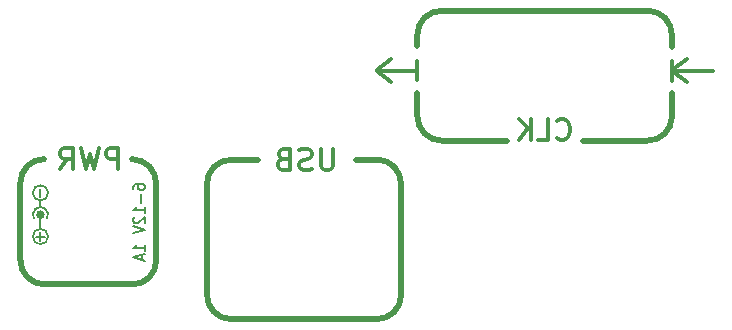
<source format=gbo>
G04 #@! TF.GenerationSoftware,KiCad,Pcbnew,(2017-06-07 revision 51bed4bae)-makepkg*
G04 #@! TF.CreationDate,2017-06-10T23:55:19+02:00*
G04 #@! TF.ProjectId,Rear_Panel_76x35,526561725F50616E656C5F3736783335,rev?*
G04 #@! TF.FileFunction,Legend,Bot*
G04 #@! TF.FilePolarity,Positive*
%FSLAX46Y46*%
G04 Gerber Fmt 4.6, Leading zero omitted, Abs format (unit mm)*
G04 Created by KiCad (PCBNEW (2017-06-07 revision 51bed4bae)-makepkg) date 06/10/17 23:55:19*
%MOMM*%
%LPD*%
G01*
G04 APERTURE LIST*
%ADD10C,0.150000*%
%ADD11C,0.300000*%
%ADD12C,0.500000*%
%ADD13C,0.800000*%
%ADD14C,3.000000*%
%ADD15C,0.700000*%
%ADD16C,1.350000*%
G04 APERTURE END LIST*
D10*
D11*
X44135826Y-11679625D02*
X45335826Y-12679625D01*
X44135826Y-11660151D02*
X45335826Y-10679625D01*
X47535826Y-10879625D02*
X47535826Y-12479625D01*
X47535826Y-11679625D02*
X44135826Y-11679625D01*
D12*
X23385725Y-19179015D02*
G75*
G02X25435826Y-21279625I101J-2050610D01*
G01*
X25435826Y-21279625D02*
X25435826Y-27779625D01*
X25435826Y-27779625D02*
G75*
G02X23435826Y-29779625I-2000000J0D01*
G01*
X47540544Y-8660151D02*
G75*
G02X49641154Y-6610151I2050610J0D01*
G01*
D11*
X69135826Y-10879625D02*
X69135826Y-12579625D01*
X69135826Y-11660151D02*
X70335826Y-10679625D01*
X72535826Y-11679625D02*
X69135826Y-11679625D01*
X69135826Y-11679625D02*
X70335826Y-12679625D01*
D12*
X47540544Y-8660151D02*
X47540544Y-9609541D01*
X69101154Y-8710761D02*
X69101154Y-9660151D01*
X69101154Y-13610761D02*
X69101154Y-15560151D01*
X47550544Y-13560151D02*
X47550544Y-15560151D01*
X49600544Y-17610761D02*
G75*
G02X47549934Y-15560151I0J2050610D01*
G01*
X69101154Y-15560151D02*
G75*
G02X67000544Y-17610151I-2050610J0D01*
G01*
X55100544Y-17610151D02*
X49650544Y-17610151D01*
D11*
X59392728Y-17422482D02*
X59478442Y-17508196D01*
X59735585Y-17593910D01*
X59907014Y-17593910D01*
X60164157Y-17508196D01*
X60335585Y-17336767D01*
X60421300Y-17165339D01*
X60507014Y-16822482D01*
X60507014Y-16565339D01*
X60421300Y-16222482D01*
X60335585Y-16051053D01*
X60164157Y-15879625D01*
X59907014Y-15793910D01*
X59735585Y-15793910D01*
X59478442Y-15879625D01*
X59392728Y-15965339D01*
X57764157Y-17593910D02*
X58621300Y-17593910D01*
X58621300Y-15793910D01*
X57164157Y-17593910D02*
X57164157Y-15793910D01*
X56135585Y-17593910D02*
X56907014Y-16565339D01*
X56135585Y-15793910D02*
X57164157Y-16822482D01*
D12*
X67000544Y-17610151D02*
X61600544Y-17610151D01*
D10*
X23488206Y-21693910D02*
X23488206Y-21522482D01*
X23535826Y-21436767D01*
X23583445Y-21393910D01*
X23726302Y-21308196D01*
X23916778Y-21265339D01*
X24297730Y-21265339D01*
X24392968Y-21308196D01*
X24440587Y-21351053D01*
X24488206Y-21436767D01*
X24488206Y-21608196D01*
X24440587Y-21693910D01*
X24392968Y-21736767D01*
X24297730Y-21779625D01*
X24059635Y-21779625D01*
X23964397Y-21736767D01*
X23916778Y-21693910D01*
X23869159Y-21608196D01*
X23869159Y-21436767D01*
X23916778Y-21351053D01*
X23964397Y-21308196D01*
X24059635Y-21265339D01*
X24107254Y-22165339D02*
X24107254Y-22851053D01*
X24488206Y-23751053D02*
X24488206Y-23236767D01*
X24488206Y-23493910D02*
X23488206Y-23493910D01*
X23631064Y-23408196D01*
X23726302Y-23322482D01*
X23773921Y-23236767D01*
X23583445Y-24093910D02*
X23535826Y-24136767D01*
X23488206Y-24222482D01*
X23488206Y-24436767D01*
X23535826Y-24522482D01*
X23583445Y-24565339D01*
X23678683Y-24608196D01*
X23773921Y-24608196D01*
X23916778Y-24565339D01*
X24488206Y-24051053D01*
X24488206Y-24608196D01*
X23488206Y-24865339D02*
X24488206Y-25165339D01*
X23488206Y-25465339D01*
X24488206Y-26922482D02*
X24488206Y-26408196D01*
X24488206Y-26665339D02*
X23488206Y-26665339D01*
X23631064Y-26579625D01*
X23726302Y-26493910D01*
X23773921Y-26408196D01*
X24202492Y-27265339D02*
X24202492Y-27693910D01*
X24488206Y-27179625D02*
X23488206Y-27479625D01*
X24488206Y-27779625D01*
D12*
X34021300Y-19226531D02*
X31821300Y-19226531D01*
X44120544Y-19209541D02*
X42370544Y-19209541D01*
X46171764Y-30670151D02*
G75*
G02X44071154Y-32720151I-2050610J0D01*
G01*
X31781255Y-32720151D02*
G75*
G02X29731154Y-30619541I-101J2050610D01*
G01*
X31771300Y-32726531D02*
X44071300Y-32726531D01*
X29721154Y-30720151D02*
X29721154Y-21320151D01*
X29721154Y-21320151D02*
G75*
G02X31821300Y-19226531I2050146J43620D01*
G01*
X44120544Y-19209541D02*
G75*
G02X46170544Y-21310151I0J-2050610D01*
G01*
X46171154Y-30690151D02*
X46170544Y-21310151D01*
X13935826Y-27679625D02*
X13935826Y-21179625D01*
X13935826Y-21179625D02*
G75*
G02X15935826Y-19179625I2000000J0D01*
G01*
X15985927Y-29780235D02*
G75*
G02X13935826Y-27679625I-101J2050610D01*
G01*
X15985927Y-29780235D02*
X23401154Y-29780235D01*
D11*
X22205712Y-20038127D02*
X22205712Y-18238127D01*
X21519997Y-18238127D01*
X21348569Y-18323842D01*
X21262854Y-18409556D01*
X21177140Y-18580984D01*
X21177140Y-18838127D01*
X21262854Y-19009556D01*
X21348569Y-19095270D01*
X21519997Y-19180984D01*
X22205712Y-19180984D01*
X20577140Y-18238127D02*
X20148569Y-20038127D01*
X19805712Y-18752413D01*
X19462854Y-20038127D01*
X19034283Y-18238127D01*
X17319997Y-20038127D02*
X17919997Y-19180984D01*
X18348569Y-20038127D02*
X18348569Y-18238127D01*
X17662854Y-18238127D01*
X17491426Y-18323842D01*
X17405712Y-18409556D01*
X17319997Y-18580984D01*
X17319997Y-18838127D01*
X17405712Y-19009556D01*
X17491426Y-19095270D01*
X17662854Y-19180984D01*
X18348569Y-19180984D01*
X40392582Y-18316520D02*
X40392582Y-19773663D01*
X40306868Y-19945092D01*
X40221154Y-20030806D01*
X40049725Y-20116520D01*
X39706868Y-20116520D01*
X39535439Y-20030806D01*
X39449725Y-19945092D01*
X39364011Y-19773663D01*
X39364011Y-18316520D01*
X38592582Y-20030806D02*
X38335439Y-20116520D01*
X37906868Y-20116520D01*
X37735439Y-20030806D01*
X37649725Y-19945092D01*
X37564011Y-19773663D01*
X37564011Y-19602235D01*
X37649725Y-19430806D01*
X37735439Y-19345092D01*
X37906868Y-19259377D01*
X38249725Y-19173663D01*
X38421154Y-19087949D01*
X38506868Y-19002235D01*
X38592582Y-18830806D01*
X38592582Y-18659377D01*
X38506868Y-18487949D01*
X38421154Y-18402235D01*
X38249725Y-18316520D01*
X37821154Y-18316520D01*
X37564011Y-18402235D01*
X36192582Y-19173663D02*
X35935439Y-19259377D01*
X35849725Y-19345092D01*
X35764011Y-19516520D01*
X35764011Y-19773663D01*
X35849725Y-19945092D01*
X35935439Y-20030806D01*
X36106868Y-20116520D01*
X36792582Y-20116520D01*
X36792582Y-18316520D01*
X36192582Y-18316520D01*
X36021154Y-18402235D01*
X35935439Y-18487949D01*
X35849725Y-18659377D01*
X35849725Y-18830806D01*
X35935439Y-19002235D01*
X36021154Y-19087949D01*
X36192582Y-19173663D01*
X36792582Y-19173663D01*
D12*
X67051154Y-6610151D02*
X49641154Y-6610151D01*
X67051154Y-6610151D02*
G75*
G02X69101154Y-8710761I0J-2050610D01*
G01*
D10*
X14985826Y-23879625D02*
G75*
G02X15635826Y-23229625I650000J0D01*
G01*
X15635826Y-23229625D02*
G75*
G02X16285826Y-23879625I0J-650000D01*
G01*
X15635826Y-23229625D02*
X15635826Y-22679625D01*
X16285826Y-22029625D02*
G75*
G03X16285826Y-22029625I-650000J0D01*
G01*
X16285826Y-25729625D02*
G75*
G03X16285826Y-25729625I-650000J0D01*
G01*
X15635826Y-25079625D02*
X15635826Y-24179625D01*
D11*
X15735826Y-23879625D02*
G75*
G03X15735826Y-23879625I-100000J0D01*
G01*
X15835826Y-23879625D02*
G75*
G03X15835826Y-23879625I-200000J0D01*
G01*
D10*
X15085826Y-24229625D02*
G75*
G02X15285826Y-23329625I550000J350000D01*
G01*
X15985826Y-23329625D02*
G75*
G02X16185826Y-24229625I-350000J-550000D01*
G01*
X15635826Y-21679625D02*
X15635826Y-22379625D01*
X15635826Y-25379625D02*
X15635826Y-26079625D01*
X15985826Y-25729625D02*
X15285826Y-25729625D01*
%LPC*%
D13*
X73735299Y-4023371D02*
G75*
G03X73735299Y-4023371I-1800000J0D01*
G01*
X73715299Y-31103371D02*
G75*
G03X73715299Y-31103371I-1800000J0D01*
G01*
X5725299Y-31073371D02*
G75*
G03X5725299Y-31073371I-1800000J0D01*
G01*
X5735299Y-4033371D02*
G75*
G03X5735299Y-4033371I-1800000J0D01*
G01*
D14*
X55510000Y-11920000D02*
G75*
G03X55510000Y-11920000I-2660000J0D01*
G01*
D15*
X55780000Y-10080000D02*
X55780000Y-13770000D01*
D16*
X56680000Y-11920000D02*
G75*
G03X56680000Y-11920000I-3830000J0D01*
G01*
X67680000Y-11920000D02*
G75*
G03X67680000Y-11920000I-3830000J0D01*
G01*
D15*
X66780000Y-10080000D02*
X66780000Y-13770000D01*
D14*
X66510000Y-11920000D02*
G75*
G03X66510000Y-11920000I-2660000J0D01*
G01*
M02*

</source>
